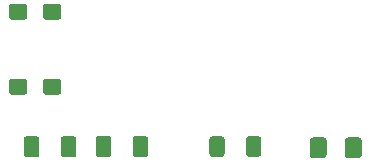
<source format=gtp>
%TF.GenerationSoftware,KiCad,Pcbnew,5.1.9+dfsg1-1+deb11u1*%
%TF.CreationDate,2022-11-29T11:57:58+01:00*%
%TF.ProjectId,A600MPU-Adapter,41363030-4d50-4552-9d41-646170746572,2.0*%
%TF.SameCoordinates,Original*%
%TF.FileFunction,Paste,Top*%
%TF.FilePolarity,Positive*%
%FSLAX46Y46*%
G04 Gerber Fmt 4.6, Leading zero omitted, Abs format (unit mm)*
G04 Created by KiCad (PCBNEW 5.1.9+dfsg1-1+deb11u1) date 2022-11-29 11:57:58*
%MOMM*%
%LPD*%
G01*
G04 APERTURE LIST*
G04 APERTURE END LIST*
%TO.C,C1*%
G36*
G01*
X143825000Y-113455001D02*
X143825000Y-112604999D01*
G75*
G02*
X144074999Y-112355000I249999J0D01*
G01*
X145150001Y-112355000D01*
G75*
G02*
X145400000Y-112604999I0J-249999D01*
G01*
X145400000Y-113455001D01*
G75*
G02*
X145150001Y-113705000I-249999J0D01*
G01*
X144074999Y-113705000D01*
G75*
G02*
X143825000Y-113455001I0J249999D01*
G01*
G37*
G36*
G01*
X146700000Y-113455001D02*
X146700000Y-112604999D01*
G75*
G02*
X146949999Y-112355000I249999J0D01*
G01*
X148025001Y-112355000D01*
G75*
G02*
X148275000Y-112604999I0J-249999D01*
G01*
X148275000Y-113455001D01*
G75*
G02*
X148025001Y-113705000I-249999J0D01*
G01*
X146949999Y-113705000D01*
G75*
G02*
X146700000Y-113455001I0J249999D01*
G01*
G37*
%TD*%
%TO.C,C2*%
G36*
G01*
X149545000Y-117459999D02*
X149545000Y-118760001D01*
G75*
G02*
X149295001Y-119010000I-249999J0D01*
G01*
X148469999Y-119010000D01*
G75*
G02*
X148220000Y-118760001I0J249999D01*
G01*
X148220000Y-117459999D01*
G75*
G02*
X148469999Y-117210000I249999J0D01*
G01*
X149295001Y-117210000D01*
G75*
G02*
X149545000Y-117459999I0J-249999D01*
G01*
G37*
G36*
G01*
X146420000Y-117459999D02*
X146420000Y-118760001D01*
G75*
G02*
X146170001Y-119010000I-249999J0D01*
G01*
X145344999Y-119010000D01*
G75*
G02*
X145095000Y-118760001I0J249999D01*
G01*
X145095000Y-117459999D01*
G75*
G02*
X145344999Y-117210000I249999J0D01*
G01*
X146170001Y-117210000D01*
G75*
G02*
X146420000Y-117459999I0J-249999D01*
G01*
G37*
%TD*%
%TO.C,C3*%
G36*
G01*
X146700000Y-107105001D02*
X146700000Y-106254999D01*
G75*
G02*
X146949999Y-106005000I249999J0D01*
G01*
X148025001Y-106005000D01*
G75*
G02*
X148275000Y-106254999I0J-249999D01*
G01*
X148275000Y-107105001D01*
G75*
G02*
X148025001Y-107355000I-249999J0D01*
G01*
X146949999Y-107355000D01*
G75*
G02*
X146700000Y-107105001I0J249999D01*
G01*
G37*
G36*
G01*
X143825000Y-107105001D02*
X143825000Y-106254999D01*
G75*
G02*
X144074999Y-106005000I249999J0D01*
G01*
X145150001Y-106005000D01*
G75*
G02*
X145400000Y-106254999I0J-249999D01*
G01*
X145400000Y-107105001D01*
G75*
G02*
X145150001Y-107355000I-249999J0D01*
G01*
X144074999Y-107355000D01*
G75*
G02*
X143825000Y-107105001I0J249999D01*
G01*
G37*
%TD*%
%TO.C,D1*%
G36*
G01*
X169300000Y-118825000D02*
X169300000Y-117575000D01*
G75*
G02*
X169550000Y-117325000I250000J0D01*
G01*
X170475000Y-117325000D01*
G75*
G02*
X170725000Y-117575000I0J-250000D01*
G01*
X170725000Y-118825000D01*
G75*
G02*
X170475000Y-119075000I-250000J0D01*
G01*
X169550000Y-119075000D01*
G75*
G02*
X169300000Y-118825000I0J250000D01*
G01*
G37*
G36*
G01*
X172275000Y-118825000D02*
X172275000Y-117575000D01*
G75*
G02*
X172525000Y-117325000I250000J0D01*
G01*
X173450000Y-117325000D01*
G75*
G02*
X173700000Y-117575000I0J-250000D01*
G01*
X173700000Y-118825000D01*
G75*
G02*
X173450000Y-119075000I-250000J0D01*
G01*
X172525000Y-119075000D01*
G75*
G02*
X172275000Y-118825000I0J250000D01*
G01*
G37*
%TD*%
%TO.C,R1*%
G36*
G01*
X165200000Y-117475000D02*
X165200000Y-118725000D01*
G75*
G02*
X164950000Y-118975000I-250000J0D01*
G01*
X164150000Y-118975000D01*
G75*
G02*
X163900000Y-118725000I0J250000D01*
G01*
X163900000Y-117475000D01*
G75*
G02*
X164150000Y-117225000I250000J0D01*
G01*
X164950000Y-117225000D01*
G75*
G02*
X165200000Y-117475000I0J-250000D01*
G01*
G37*
G36*
G01*
X162100000Y-117475000D02*
X162100000Y-118725000D01*
G75*
G02*
X161850000Y-118975000I-250000J0D01*
G01*
X161050000Y-118975000D01*
G75*
G02*
X160800000Y-118725000I0J250000D01*
G01*
X160800000Y-117475000D01*
G75*
G02*
X161050000Y-117225000I250000J0D01*
G01*
X161850000Y-117225000D01*
G75*
G02*
X162100000Y-117475000I0J-250000D01*
G01*
G37*
%TD*%
%TO.C,C4*%
G36*
G01*
X151175000Y-118750001D02*
X151175000Y-117449999D01*
G75*
G02*
X151424999Y-117200000I249999J0D01*
G01*
X152250001Y-117200000D01*
G75*
G02*
X152500000Y-117449999I0J-249999D01*
G01*
X152500000Y-118750001D01*
G75*
G02*
X152250001Y-119000000I-249999J0D01*
G01*
X151424999Y-119000000D01*
G75*
G02*
X151175000Y-118750001I0J249999D01*
G01*
G37*
G36*
G01*
X154300000Y-118750001D02*
X154300000Y-117449999D01*
G75*
G02*
X154549999Y-117200000I249999J0D01*
G01*
X155375001Y-117200000D01*
G75*
G02*
X155625000Y-117449999I0J-249999D01*
G01*
X155625000Y-118750001D01*
G75*
G02*
X155375001Y-119000000I-249999J0D01*
G01*
X154549999Y-119000000D01*
G75*
G02*
X154300000Y-118750001I0J249999D01*
G01*
G37*
%TD*%
M02*

</source>
